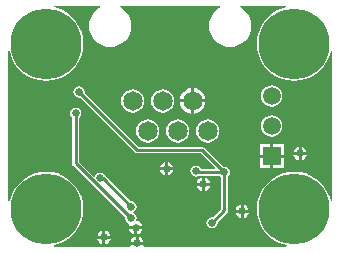
<source format=gbl>
G04*
G04 #@! TF.GenerationSoftware,Altium Limited,Altium Designer,18.0.7 (293)*
G04*
G04 Layer_Physical_Order=2*
G04 Layer_Color=16711680*
%FSLAX25Y25*%
%MOIN*%
G70*
G01*
G75*
%ADD12C,0.01000*%
%ADD28C,0.06500*%
%ADD29R,0.05906X0.05906*%
%ADD30C,0.05906*%
%ADD31C,0.23622*%
%ADD32C,0.02500*%
G36*
X93934Y81056D02*
X92610Y80738D01*
X90805Y79990D01*
X89139Y78969D01*
X87653Y77701D01*
X86385Y76215D01*
X85364Y74550D01*
X84617Y72745D01*
X84161Y70845D01*
X84007Y68898D01*
X84161Y66950D01*
X84617Y65051D01*
X85364Y63246D01*
X86385Y61580D01*
X87653Y60094D01*
X89139Y58826D01*
X90805Y57805D01*
X92610Y57057D01*
X94509Y56602D01*
X96457Y56448D01*
X98404Y56602D01*
X100304Y57057D01*
X102109Y57805D01*
X103774Y58826D01*
X105260Y60094D01*
X106528Y61580D01*
X107549Y63246D01*
X108297Y65051D01*
X108615Y66375D01*
X109115Y66316D01*
Y16362D01*
X108615Y16303D01*
X108297Y17627D01*
X107549Y19431D01*
X106528Y21097D01*
X105260Y22583D01*
X103774Y23851D01*
X102109Y24872D01*
X100304Y25620D01*
X98404Y26076D01*
X96457Y26229D01*
X94509Y26076D01*
X92610Y25620D01*
X90805Y24872D01*
X89139Y23851D01*
X87654Y22583D01*
X86385Y21097D01*
X85364Y19431D01*
X84617Y17627D01*
X84161Y15727D01*
X84007Y13780D01*
X84161Y11832D01*
X84617Y9933D01*
X85364Y8128D01*
X86385Y6462D01*
X87654Y4976D01*
X89139Y3708D01*
X90805Y2687D01*
X92610Y1939D01*
X93934Y1622D01*
X93875Y1122D01*
X46527D01*
X46241Y1622D01*
X46289Y1862D01*
X41900D01*
X41948Y1622D01*
X41662Y1122D01*
X16362D01*
X16303Y1622D01*
X17627Y1939D01*
X19431Y2687D01*
X21097Y3708D01*
X22583Y4976D01*
X23851Y6462D01*
X24872Y8128D01*
X25620Y9933D01*
X26076Y11832D01*
X26229Y13780D01*
X26076Y15727D01*
X25620Y17627D01*
X24872Y19431D01*
X23851Y21097D01*
X22583Y22583D01*
X21097Y23851D01*
X19431Y24872D01*
X17627Y25620D01*
X15727Y26076D01*
X13780Y26229D01*
X11832Y26076D01*
X9933Y25620D01*
X8128Y24872D01*
X6462Y23851D01*
X4976Y22583D01*
X3708Y21097D01*
X2687Y19431D01*
X1939Y17627D01*
X1622Y16303D01*
X1122Y16362D01*
Y66316D01*
X1622Y66375D01*
X1939Y65051D01*
X2687Y63246D01*
X3708Y61580D01*
X4976Y60094D01*
X6462Y58826D01*
X8128Y57805D01*
X9933Y57057D01*
X11832Y56602D01*
X13780Y56448D01*
X15727Y56602D01*
X17627Y57057D01*
X19432Y57805D01*
X21097Y58826D01*
X22583Y60094D01*
X23851Y61580D01*
X24872Y63246D01*
X25620Y65051D01*
X26076Y66950D01*
X26229Y68898D01*
X26076Y70845D01*
X25620Y72745D01*
X24872Y74550D01*
X23851Y76215D01*
X22583Y77701D01*
X21097Y78969D01*
X19432Y79990D01*
X17627Y80738D01*
X16302Y81056D01*
X16362Y81556D01*
X31841D01*
X31966Y81056D01*
X31210Y80652D01*
X30145Y79777D01*
X29270Y78711D01*
X28620Y77495D01*
X28220Y76175D01*
X28084Y74803D01*
X28220Y73431D01*
X28620Y72111D01*
X29270Y70895D01*
X30145Y69829D01*
X31210Y68955D01*
X32426Y68305D01*
X33746Y67905D01*
X35118Y67769D01*
X36490Y67905D01*
X37810Y68305D01*
X39026Y68955D01*
X40092Y69829D01*
X40967Y70895D01*
X41617Y72111D01*
X42017Y73431D01*
X42152Y74803D01*
X42017Y76175D01*
X41617Y77495D01*
X40967Y78711D01*
X40092Y79777D01*
X39026Y80652D01*
X38270Y81056D01*
X38396Y81556D01*
X71841D01*
X71966Y81056D01*
X71210Y80652D01*
X70144Y79777D01*
X69270Y78711D01*
X68620Y77495D01*
X68220Y76175D01*
X68084Y74803D01*
X68220Y73431D01*
X68620Y72111D01*
X69270Y70895D01*
X70144Y69829D01*
X71210Y68955D01*
X72426Y68305D01*
X73746Y67905D01*
X75118Y67769D01*
X76490Y67905D01*
X77810Y68305D01*
X79026Y68955D01*
X80092Y69829D01*
X80967Y70895D01*
X81617Y72111D01*
X82017Y73431D01*
X82152Y74803D01*
X82017Y76175D01*
X81617Y77495D01*
X80967Y78711D01*
X80092Y79777D01*
X79026Y80652D01*
X78270Y81056D01*
X78395Y81556D01*
X93875D01*
X93934Y81056D01*
D02*
G37*
%LPC*%
G36*
X63118Y54024D02*
Y50303D01*
X66839D01*
X66759Y50913D01*
X66331Y51947D01*
X65649Y52834D01*
X64762Y53516D01*
X63728Y53944D01*
X63118Y54024D01*
D02*
G37*
G36*
X62118D02*
X61509Y53944D01*
X60475Y53516D01*
X59587Y52834D01*
X58906Y51947D01*
X58478Y50913D01*
X58397Y50303D01*
X62118D01*
Y54024D01*
D02*
G37*
G36*
X89000Y54983D02*
X88073Y54861D01*
X87208Y54503D01*
X86466Y53934D01*
X85897Y53192D01*
X85539Y52327D01*
X85417Y51400D01*
X85539Y50473D01*
X85897Y49608D01*
X86466Y48866D01*
X87208Y48297D01*
X88073Y47939D01*
X89000Y47817D01*
X89927Y47939D01*
X90792Y48297D01*
X91534Y48866D01*
X92103Y49608D01*
X92461Y50473D01*
X92583Y51400D01*
X92461Y52327D01*
X92103Y53192D01*
X91534Y53934D01*
X90792Y54503D01*
X89927Y54861D01*
X89000Y54983D01*
D02*
G37*
G36*
X52618Y53686D02*
X51613Y53554D01*
X50677Y53166D01*
X49872Y52549D01*
X49255Y51745D01*
X48867Y50808D01*
X48735Y49803D01*
X48867Y48798D01*
X49255Y47862D01*
X49872Y47057D01*
X50677Y46440D01*
X51613Y46052D01*
X52618Y45920D01*
X53623Y46052D01*
X54560Y46440D01*
X55364Y47057D01*
X55981Y47862D01*
X56369Y48798D01*
X56501Y49803D01*
X56369Y50808D01*
X55981Y51745D01*
X55364Y52549D01*
X54560Y53166D01*
X53623Y53554D01*
X52618Y53686D01*
D02*
G37*
G36*
X42618D02*
X41613Y53554D01*
X40677Y53166D01*
X39872Y52549D01*
X39255Y51745D01*
X38867Y50808D01*
X38735Y49803D01*
X38867Y48798D01*
X39255Y47862D01*
X39872Y47057D01*
X40677Y46440D01*
X41613Y46052D01*
X42618Y45920D01*
X43623Y46052D01*
X44560Y46440D01*
X45364Y47057D01*
X45981Y47862D01*
X46369Y48798D01*
X46501Y49803D01*
X46369Y50808D01*
X45981Y51745D01*
X45364Y52549D01*
X44560Y53166D01*
X43623Y53554D01*
X42618Y53686D01*
D02*
G37*
G36*
X66839Y49303D02*
X63118D01*
Y45582D01*
X63728Y45663D01*
X64762Y46091D01*
X65649Y46772D01*
X66331Y47660D01*
X66759Y48694D01*
X66839Y49303D01*
D02*
G37*
G36*
X62118D02*
X58397D01*
X58478Y48694D01*
X58906Y47660D01*
X59587Y46772D01*
X60475Y46091D01*
X61509Y45663D01*
X62118Y45582D01*
Y49303D01*
D02*
G37*
G36*
X89000Y44983D02*
X88073Y44861D01*
X87208Y44503D01*
X86466Y43934D01*
X85897Y43192D01*
X85539Y42327D01*
X85417Y41400D01*
X85539Y40473D01*
X85897Y39608D01*
X86466Y38866D01*
X87208Y38297D01*
X88073Y37939D01*
X89000Y37817D01*
X89927Y37939D01*
X90792Y38297D01*
X91534Y38866D01*
X92103Y39608D01*
X92461Y40473D01*
X92583Y41400D01*
X92461Y42327D01*
X92103Y43192D01*
X91534Y43934D01*
X90792Y44503D01*
X89927Y44861D01*
X89000Y44983D01*
D02*
G37*
G36*
X67618Y43686D02*
X66613Y43554D01*
X65677Y43166D01*
X64872Y42549D01*
X64255Y41745D01*
X63867Y40808D01*
X63735Y39803D01*
X63867Y38798D01*
X64255Y37862D01*
X64872Y37057D01*
X65677Y36440D01*
X66613Y36052D01*
X67618Y35920D01*
X68623Y36052D01*
X69560Y36440D01*
X70364Y37057D01*
X70981Y37862D01*
X71369Y38798D01*
X71501Y39803D01*
X71369Y40808D01*
X70981Y41745D01*
X70364Y42549D01*
X69560Y43166D01*
X68623Y43554D01*
X67618Y43686D01*
D02*
G37*
G36*
X57618D02*
X56613Y43554D01*
X55677Y43166D01*
X54872Y42549D01*
X54255Y41745D01*
X53867Y40808D01*
X53735Y39803D01*
X53867Y38798D01*
X54255Y37862D01*
X54872Y37057D01*
X55677Y36440D01*
X56613Y36052D01*
X57618Y35920D01*
X58623Y36052D01*
X59560Y36440D01*
X60364Y37057D01*
X60981Y37862D01*
X61369Y38798D01*
X61501Y39803D01*
X61369Y40808D01*
X60981Y41745D01*
X60364Y42549D01*
X59560Y43166D01*
X58623Y43554D01*
X57618Y43686D01*
D02*
G37*
G36*
X47618D02*
X46613Y43554D01*
X45677Y43166D01*
X44872Y42549D01*
X44255Y41745D01*
X43867Y40808D01*
X43735Y39803D01*
X43867Y38798D01*
X44255Y37862D01*
X44872Y37057D01*
X45677Y36440D01*
X46613Y36052D01*
X47618Y35920D01*
X48623Y36052D01*
X49560Y36440D01*
X50364Y37057D01*
X50981Y37862D01*
X51369Y38798D01*
X51501Y39803D01*
X51369Y40808D01*
X50981Y41745D01*
X50364Y42549D01*
X49560Y43166D01*
X48623Y43554D01*
X47618Y43686D01*
D02*
G37*
G36*
X98925Y34478D02*
Y32783D01*
X100620D01*
X100545Y33161D01*
X100047Y33906D01*
X99303Y34403D01*
X98925Y34478D01*
D02*
G37*
G36*
X97925D02*
X97547Y34403D01*
X96803Y33906D01*
X96306Y33161D01*
X96231Y32783D01*
X97925D01*
Y34478D01*
D02*
G37*
G36*
X92953Y35353D02*
X89500D01*
Y31900D01*
X92953D01*
Y35353D01*
D02*
G37*
G36*
X88500D02*
X85047D01*
Y31900D01*
X88500D01*
Y35353D01*
D02*
G37*
G36*
X100620Y31784D02*
X98925D01*
Y30089D01*
X99303Y30164D01*
X100047Y30661D01*
X100545Y31405D01*
X100620Y31784D01*
D02*
G37*
G36*
X97925D02*
X96231D01*
X96306Y31405D01*
X96803Y30661D01*
X97547Y30164D01*
X97925Y30089D01*
Y31784D01*
D02*
G37*
G36*
X54437Y29360D02*
Y27665D01*
X56132D01*
X56056Y28043D01*
X55559Y28787D01*
X54815Y29285D01*
X54437Y29360D01*
D02*
G37*
G36*
X53437D02*
X53059Y29285D01*
X52315Y28787D01*
X51818Y28043D01*
X51742Y27665D01*
X53437D01*
Y29360D01*
D02*
G37*
G36*
X92953Y30900D02*
X89500D01*
Y27447D01*
X92953D01*
Y30900D01*
D02*
G37*
G36*
X88500D02*
X85047D01*
Y27447D01*
X88500D01*
Y30900D01*
D02*
G37*
G36*
X24803Y54642D02*
X24081Y54499D01*
X23469Y54090D01*
X23061Y53478D01*
X22917Y52756D01*
X23061Y52034D01*
X23469Y51422D01*
X24081Y51013D01*
X24803Y50870D01*
X25054Y50920D01*
X43301Y32671D01*
X43301Y32671D01*
X43665Y32428D01*
X44094Y32343D01*
X65284D01*
X70059Y27568D01*
X69867Y27106D01*
X65518D01*
X65113Y27712D01*
X64501Y28121D01*
X63779Y28264D01*
X63058Y28121D01*
X62446Y27712D01*
X62037Y27100D01*
X61893Y26378D01*
X62037Y25656D01*
X62446Y25044D01*
X63058Y24635D01*
X63779Y24492D01*
X64501Y24635D01*
X64842Y24863D01*
X71753D01*
X71895Y24651D01*
X72107Y24509D01*
Y13752D01*
X69345Y10990D01*
X69094Y11040D01*
X68373Y10896D01*
X67761Y10487D01*
X67352Y9875D01*
X67208Y9154D01*
X67352Y8432D01*
X67761Y7820D01*
X68373Y7411D01*
X69094Y7267D01*
X69816Y7411D01*
X70428Y7820D01*
X70837Y8432D01*
X70981Y9154D01*
X70931Y9404D01*
X74021Y12494D01*
X74021Y12494D01*
X74265Y12858D01*
X74350Y13287D01*
X74350Y13287D01*
Y24509D01*
X74562Y24651D01*
X74971Y25262D01*
X75115Y25984D01*
X74971Y26706D01*
X74562Y27318D01*
X73950Y27727D01*
X73228Y27871D01*
X72978Y27821D01*
X66541Y34258D01*
X66177Y34501D01*
X65748Y34586D01*
X65748Y34586D01*
X44559D01*
X26640Y52506D01*
X26689Y52756D01*
X26546Y53478D01*
X26137Y54090D01*
X25525Y54499D01*
X24803Y54642D01*
D02*
G37*
G36*
X56132Y26665D02*
X54437D01*
Y24971D01*
X54815Y25046D01*
X55559Y25543D01*
X56056Y26287D01*
X56132Y26665D01*
D02*
G37*
G36*
X53437D02*
X51742D01*
X51818Y26287D01*
X52315Y25543D01*
X53059Y25046D01*
X53437Y24971D01*
Y26665D01*
D02*
G37*
G36*
X66642Y24242D02*
Y22547D01*
X68336D01*
X68261Y22925D01*
X67764Y23669D01*
X67019Y24167D01*
X66642Y24242D01*
D02*
G37*
G36*
X65642D02*
X65264Y24167D01*
X64519Y23669D01*
X64022Y22925D01*
X63947Y22547D01*
X65642D01*
Y24242D01*
D02*
G37*
G36*
X68336Y21547D02*
X66642D01*
Y19853D01*
X67019Y19928D01*
X67764Y20425D01*
X68261Y21169D01*
X68336Y21547D01*
D02*
G37*
G36*
X65642D02*
X63947D01*
X64022Y21169D01*
X64519Y20425D01*
X65264Y19928D01*
X65642Y19853D01*
Y21547D01*
D02*
G37*
G36*
X79634Y15187D02*
Y13492D01*
X81328D01*
X81253Y13870D01*
X80756Y14614D01*
X80012Y15112D01*
X79634Y15187D01*
D02*
G37*
G36*
X78634D02*
X78256Y15112D01*
X77512Y14614D01*
X77014Y13870D01*
X76939Y13492D01*
X78634D01*
Y15187D01*
D02*
G37*
G36*
X81328Y12492D02*
X79634D01*
Y10797D01*
X80012Y10873D01*
X80756Y11370D01*
X81253Y12114D01*
X81328Y12492D01*
D02*
G37*
G36*
X78634D02*
X76939D01*
X77014Y12114D01*
X77512Y11370D01*
X78256Y10873D01*
X78634Y10797D01*
Y12492D01*
D02*
G37*
G36*
X23622Y47556D02*
X22900Y47412D01*
X22288Y47003D01*
X21879Y46391D01*
X21736Y45669D01*
X21879Y44947D01*
X22288Y44335D01*
X22501Y44194D01*
Y28960D01*
X22501Y28960D01*
X22586Y28531D01*
X22829Y28167D01*
X40261Y10735D01*
X40240Y10630D01*
X40383Y9908D01*
X40792Y9296D01*
X41404Y8887D01*
X41431Y8882D01*
X41596Y8485D01*
X41578Y8343D01*
X41506Y7980D01*
X45895D01*
X45820Y8358D01*
X45323Y9103D01*
X44579Y9600D01*
X43944Y9726D01*
X43869Y9908D01*
X44012Y10630D01*
X43869Y11352D01*
X43460Y11964D01*
X42915Y12328D01*
X42878Y12598D01*
X42915Y12869D01*
X43460Y13233D01*
X43869Y13845D01*
X44012Y14567D01*
X43869Y15289D01*
X43460Y15901D01*
X42848Y16310D01*
X42126Y16453D01*
X41876Y16403D01*
X33655Y24624D01*
X33632Y24738D01*
X33224Y25350D01*
X32612Y25758D01*
X31890Y25902D01*
X31168Y25758D01*
X30556Y25350D01*
X30147Y24738D01*
X30132Y24660D01*
X29653Y24515D01*
X24744Y29425D01*
Y44194D01*
X24956Y44335D01*
X25365Y44947D01*
X25508Y45669D01*
X25365Y46391D01*
X24956Y47003D01*
X24344Y47412D01*
X23622Y47556D01*
D02*
G37*
G36*
X45895Y6980D02*
X44201D01*
Y5286D01*
X44579Y5361D01*
X45323Y5858D01*
X45820Y6602D01*
X45895Y6980D01*
D02*
G37*
G36*
X43201D02*
X41506D01*
X41581Y6602D01*
X42079Y5858D01*
X42823Y5361D01*
X43201Y5286D01*
Y6980D01*
D02*
G37*
G36*
X33571Y6525D02*
Y4831D01*
X35265D01*
X35190Y5209D01*
X34693Y5953D01*
X33949Y6450D01*
X33571Y6525D01*
D02*
G37*
G36*
X32571D02*
X32193Y6450D01*
X31449Y5953D01*
X30951Y5209D01*
X30876Y4831D01*
X32571D01*
Y6525D01*
D02*
G37*
G36*
X44594Y4557D02*
Y2862D01*
X46289D01*
X46214Y3240D01*
X45717Y3984D01*
X44972Y4482D01*
X44594Y4557D01*
D02*
G37*
G36*
X43595D02*
X43217Y4482D01*
X42472Y3984D01*
X41975Y3240D01*
X41900Y2862D01*
X43595D01*
Y4557D01*
D02*
G37*
G36*
X35265Y3831D02*
X33571D01*
Y2136D01*
X33949Y2211D01*
X34693Y2709D01*
X35190Y3453D01*
X35265Y3831D01*
D02*
G37*
G36*
X32571D02*
X30876D01*
X30951Y3453D01*
X31449Y2709D01*
X32193Y2211D01*
X32571Y2136D01*
Y3831D01*
D02*
G37*
%LPD*%
D12*
X44094Y33465D02*
X65748D01*
X24803Y52756D02*
X44094Y33465D01*
X31890Y24016D02*
X32677D01*
X42126Y14567D01*
X41952Y10630D02*
X42126D01*
X23622Y28960D02*
X41952Y10630D01*
X23622Y28960D02*
Y45669D01*
X65748Y33465D02*
X73228Y25984D01*
X69094Y9154D02*
X73228Y13287D01*
Y25984D01*
X64173D02*
X73228D01*
X63779Y26378D02*
X64173Y25984D01*
D28*
X42618Y49803D02*
D03*
X52618D02*
D03*
X62618D02*
D03*
X47618Y39803D02*
D03*
X57618D02*
D03*
X67618D02*
D03*
D29*
X89000Y31400D02*
D03*
D30*
Y41400D02*
D03*
Y51400D02*
D03*
D31*
X13780Y13780D02*
D03*
X96457Y68898D02*
D03*
X13780D02*
D03*
X96457Y13780D02*
D03*
D32*
X53937Y27165D02*
D03*
X66142Y22047D02*
D03*
X44094Y2362D02*
D03*
X33071Y4331D02*
D03*
X24803Y52756D02*
D03*
X31890Y24016D02*
D03*
X43701Y7480D02*
D03*
X42126Y14567D02*
D03*
Y10630D02*
D03*
X23622Y45669D02*
D03*
X98425Y32283D02*
D03*
X69094Y9154D02*
D03*
X79134Y12992D02*
D03*
X73228Y25984D02*
D03*
X63779Y26378D02*
D03*
M02*

</source>
